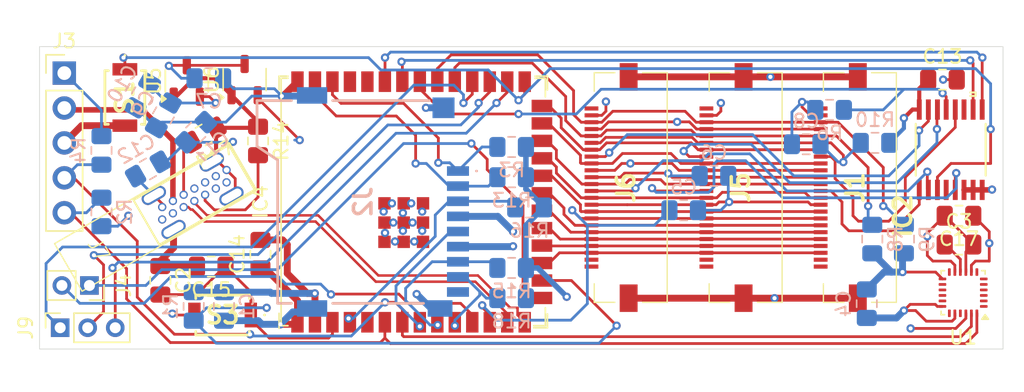
<source format=kicad_pcb>
(kicad_pcb (version 20240108) (generator "pcbnew") (generator_version "8.0")
  (layers (0 "F.Cu" signal) (1 "In1.Cu" power "GND") (2 "In2.Cu" power "PWR") (31 "B.Cu" signal) (34 "B.Paste" user) (35 "F.Paste" user) (36 "B.SilkS" user "B.Silkscreen") (37 "F.SilkS" user "F.Silkscreen") (38 "B.Mask" user) (39 "F.Mask" user) (44 "Edge.Cuts" user))
  (net 0 "")
  (net 1 "GND")
  (net 2 "/D+")
  (net 3 "/D-")
  (net 4 "/VBUS")
  (net 5 "/ESP_EN")
  (net 10 "/CSI_1.2V")
  (net 15 "Net-(U1-REGOUT)")
  (net 17 "+3.3V")
  (net 20 "/SCL")
  (net 21 "/SDA")
  (net 25 "/CSI_2.8V")
  (net 26 "/HS2_DATA0")
  (net 27 "/CSI_D4")
  (net 29 "/HS2_CMD")
  (net 30 "/CSI_D5")
  (net 31 "/CSI_D7")
  (net 32 "/HS2_DATA1")
  (net 34 "/HS2_CLK")
  (net 35 "/HS2_DATA2")
  (net 36 "/HS2_DATA3")
  (net 37 "/CSI_HSYNC")
  (net 38 "/CSI_PCLK")
  (net 39 "/CSI_D2")
  (net 40 "/CSI_D1")
  (net 41 "/CSI_VSYNC")
  (net 43 "/PWDN_CAM2")
  (net 44 "/CAM_SWITCH0")
  (net 45 "/CAM_SWITCH1")
  (net 46 "/XCLK_CAM3")
  (net 47 "/PWDN_CAM3")
  (net 48 "/PWDN_CAM1")
  (net 50 "/XCLK_CAM1")
  (net 51 "/XCLK_CAM2")
  (net 52 "/TWI_SCK")
  (net 54 "/CSI_D6")
  (net 55 "/TWI_SDA")
  (net 56 "/CSI_D0")
  (net 57 "/CSI_D3")
  (net 59 "/CAM_RST")
  (net 65 "Net-(J7-CC2)")
  (net 66 "Net-(J7-CC1)")
  (net 70 "/CSI_PWDN")
  (net 71 "/BOOT")
  (net 72 "/extra_IO18")
  (net 73 "/extra_IO37")
  (net 74 "/extra_IO36")
  (net 75 "/JTAG{slash}extra_IO3")
  (net 76 "/extra_IO5")
  (net 77 "/extra_IO35")
  (footprint "Capacitor_SMD:C_0805_2012Metric_Pad1.18x1.45mm_HandSolder" (layer "F.Cu") (at 123.475 103 180)
    (property "Reference" "C15")
    (property "Value" "0.1μF")
  )
  (footprint "Capacitor_SMD:C_0805_2012Metric_Pad1.18x1.45mm_HandSolder" (layer "F.Cu") (at 177.8 99.3 180)
    (property "Reference" "C17")
    (property "Value" "0.1μF")
  )
  (footprint "samacsys_parts:5051102491" (layer "F.Cu") (at 170.45 97.25 90)
    (property "Reference" "J1")
    (property "Value" "5051102491" (hide yes))
  )
  (footprint "Connector_PinHeader_2.54mm:PinHeader_1x05_P2.54mm_Vertical" (layer "F.Cu") (at 112.8 88.925)
    (property "Reference" "J3")
    (property "Value" "Conn_01x05")
  )
  (footprint "Capacitor_SMD:C_0805_2012Metric_Pad1.18x1.45mm_HandSolder" (layer "F.Cu") (at 119.775 104 -90)
    (property "Reference" "C2")
    (property "Value" "1μF")
  )
  (footprint "Connector_PinSocket_2.00mm:PinSocket_1x02_P2.00mm_Vertical" (layer "F.Cu") (at 114.625 104.375 -90)
    (property "Reference" "J4")
    (property "Value" "Conn_01x02")
  )
  (footprint "samacsys_parts:SOP65P640X120-16N" (layer "F.Cu") (at 177.2 94.5 90)
    (property "Reference" "IC2")
    (property "Value" "TMUX4052PWRQ1" (hide yes))
  )
  (footprint "Capacitor_SMD:C_0805_2012Metric_Pad1.18x1.45mm_HandSolder" (layer "F.Cu") (at 177.8 101.4)
    (property "Reference" "C3")
    (property "Value" "0.1μF")
  )
  (footprint "Package_TO_SOT_SMD:SOT-23-3" (layer "F.Cu") (at 125.9 89.4 90)
    (property "Reference" "U6")
    (property "Value" "XC6206PxxxMR")
  )
  (footprint "samacsys_parts:CS1213AGF260" (layer "F.Cu") (at 124.3 106.525 180)
    (property "Reference" "S3")
    (property "Value" "CS1213AGF260" (hide yes))
  )
  (footprint "Package_TO_SOT_SMD:SOT-23-3" (layer "F.Cu") (at 121.7 89.5 90)
    (property "Reference" "U5")
    (property "Value" "XC6206PxxxMR")
  )
  (footprint "Capacitor_SMD:C_0805_2012Metric_Pad1.18x1.45mm_HandSolder" (layer "F.Cu") (at 126.875 93.8625 -90)
    (property "Reference" "R14")
    (property "Value" "5.1k")
  )
  (footprint "Connector_USB:12402054M611A" (layer "F.Cu") (at 119.630128 99.287249 -60)
    (property "Reference" "J7")
    (property "Value" "GSB1C4621DS1HR")
  )
  (footprint "Capacitor_SMD:C_0805_2012Metric_Pad1.18x1.45mm_HandSolder" (layer "F.Cu") (at 122.925 93.425 -150)
    (property "Reference" "R17")
    (property "Value" "5.1k")
  )
  (footprint "samacsys_parts:5051102491" (layer "F.Cu") (at 153.8 97.25 90)
    (property "Reference" "J6")
    (property "Value" "5051102491" (hide yes))
  )
  (footprint "Capacitor_SMD:C_0805_2012Metric_Pad1.18x1.45mm_HandSolder" (layer "F.Cu") (at 127.05 102.1 90)
    (property "Reference" "C14")
    (property "Value" "0.1μF")
  )
  (footprint "Connector_PinSocket_2.00mm:PinSocket_1x03_P2.00mm_Vertical" (layer "F.Cu") (at 112.5 107.45 90)
    (property "Reference" "J9")
    (property "Value" "Conn_01x03")
  )
  (footprint "Sensor_Motion:InvenSense_QFN-24_3x3mm_P0.4mm" (layer "F.Cu") (at 178.1 104.9 180)
    (property "Reference" "U1")
    (property "Value" "ICM-20948")
  )
  (footprint "PCM_Espressif:ESP32-S3-WROOM-1U" (layer "F.Cu") (at 138 98.3 90)
    (property "Reference" "IC4")
    (property "Value" "ESP32-S3-WROOM-1U-N8R8")
  )
  (footprint "samacsys_parts:CS1213AGF260" (layer "F.Cu") (at 117.2 90.7 -90)
    (property "Reference" "S1")
    (property "Value" "CS1213AGF260" (hide yes))
  )
  (footprint "samacsys_parts:5051102491" (layer "F.Cu") (at 162.15 97.25 90)
    (property "Reference" "J5")
    (property "Value" "5051102491" (hide yes))
  )
  (footprint "Capacitor_SMD:C_0805_2012Metric_Pad1.18x1.45mm_HandSolder" (layer "F.Cu") (at 176.6 89.4)
    (property "Reference" "C13")
    (property "Value" "0.1 μF")
  )
  (footprint "Capacitor_SMD:C_0805_2012Metric_Pad1.18x1.45mm_HandSolder" (layer "B.Cu") (at 120 92 -120)
    (property "Reference" "C9")
    (property "Value" "0.1μF")
  )
  (footprint "Capacitor_SMD:C_0805_2012Metric_Pad1.18x1.45mm_HandSolder" (layer "B.Cu") (at 145.3 103.1)
    (property "Reference" "R15")
    (property "Value" "47k")
  )
  (footprint "samacsys_parts:MSD4A" (layer "B.Cu") (at 134.5 98.3 90)
    (property "Reference" "J2")
    (property "Value" "MSD-4-A" (hide yes))
  )
  (footprint "Capacitor_SMD:C_0805_2012Metric_Pad1.18x1.45mm_HandSolder" (layer "B.Cu") (at 171.7 94 180)
    (property "Reference" "R10")
    (property "Value" "4.7k")
  )
  (footprint "Capacitor_SMD:C_0805_2012Metric_Pad1.18x1.45mm_HandSolder" (layer "B.Cu") (at 145.3 96.5)
    (property "Reference" "R13")
    (property "Value" "47k")
  )
  (footprint "Capacitor_SMD:C_0805_2012Metric_Pad1.18x1.45mm_HandSolder" (layer "B.Cu") (at 173.8 101 90)
    (property "Reference" "R9")
    (property "Value" "4.7k")
  )
  (footprint "Capacitor_SMD:C_0805_2012Metric_Pad1.18x1.45mm_HandSolder" (layer "B.Cu") (at 122.35 93.225 45)
    (property "Reference" "C11")
    (property "Value" "10μF")
  )
  (footprint "Capacitor_SMD:C_0805_2012Metric_Pad1.18x1.45mm_HandSolder" (layer "B.Cu") (at 115.5 94.55 -90)
    (property "Reference" "R4")
    (property "Value" "2.2k")
  )
  (footprint "Capacitor_SMD:C_0805_2012Metric_Pad1.18x1.45mm_HandSolder" (layer "B.Cu") (at 168.4 91.6)
    (property "Reference" "R6")
    (property "Value" "1k")
  )
  (footprint "Capacitor_SMD:C_0805_2012Metric_Pad1.18x1.45mm_HandSolder" (layer "B.Cu") (at 146.6 98.7)
    (property "Reference" "R16")
    (property "Value" "47k")
  )
  (footprint "Capacitor_SMD:C_0805_2012Metric_Pad1.18x1.45mm_HandSolder" (layer "B.Cu") (at 171.5 101 90)
    (property "Reference" "R8")
    (property "Value" "4.7k")
  )
  (footprint "Capacitor_SMD:C_0805_2012Metric_Pad1.18x1.45mm_HandSolder" (layer "B.Cu") (at 123.3 89.3)
    (property "Reference" "C7")
    (property "Value" "10μF")
  )
  (footprint "Capacitor_SMD:C_0805_2012Metric_Pad1.18x1.45mm_HandSolder" (layer "B.Cu") (at 160 96.4 180)
    (property "Reference" "C6")
    (property "Value" "0.1 μF")
  )
  (footprint "Capacitor_SMD:C_0805_2012Metric_Pad1.18x1.45mm_HandSolder" (layer "B.Cu") (at 118.875 95.9 -150)
    (property "Reference" "C12")
    (property "Value" "0.1μF")
  )
  (footprint "Capacitor_SMD:C_0805_2012Metric_Pad1.18x1.45mm_HandSolder" (layer "B.Cu") (at 171.1 105.7 -90)
    (property "Reference" "C4")
    (property "Value" "0.1μF")
  )
  (footprint "Capacitor_SMD:C_0805_2012Metric_Pad1.18x1.45mm_HandSolder" (layer "B.Cu") (at 115.5 99.025 90)
    (property "Reference" "R2")
    (property "Value" "2.2k")
  )
  (footprint "Capacitor_SMD:C_0805_2012Metric_Pad1.18x1.45mm_HandSolder" (layer "B.Cu") (at 118.475 90.55 -120)
    (property "Reference" "C10")
    (property "Value" "10μF")
  )
  (footprint "Capacitor_SMD:C_0805_2012Metric_Pad1.18x1.45mm_HandSolder" (layer "B.Cu") (at 166.7 94.1 180)
    (property "Reference" "C8")
    (property "Value" "0.1μF")
  )
  (footprint "Capacitor_SMD:C_0805_2012Metric_Pad1.18x1.45mm_HandSolder" (layer "B.Cu") (at 124.4 105.9 90)
    (property "Reference" "C1")
    (property "Value" "22μF")
  )
  (footprint "Capacitor_SMD:C_0805_2012Metric_Pad1.18x1.45mm_HandSolder" (layer "B.Cu") (at 145.3 105.3)
    (property "Reference" "R18")
    (property "Value" "47k")
  )
  (footprint "Capacitor_SMD:C_0805_2012Metric_Pad1.18x1.45mm_HandSolder" (layer "B.Cu") (at 145.3 94.3)
    (property "Reference" "R3")
    (property "Value" "47k")
  )
  (footprint "Capacitor_SMD:C_0805_2012Metric_Pad1.18x1.45mm_HandSolder" (layer "B.Cu") (at 157.8 98.9 180)
    (property "Reference" "C5")
    (property "Value" "15 pF")
  )
  (footprint "Capacitor_SMD:C_0805_2012Metric_Pad1.18x1.45mm_HandSolder" (layer "B.Cu") (at 122.2 105.9 -90)
    (property "Reference" "R1")
    (property "Value" "10k")
  )
  (gr_rect (start 111 87) (end 181 109) (stroke (width 0.05)) (fill none) (layer "Edge.Cuts"))
  (segment (start 176.07864 105.75) (end 176.22864 105.9) (width 0.2) (layer "F.Cu") (net 1))
  (segment (start 122.25 89.3) (end 123.7125 89.3) (width 0.3) (layer "F.Cu") (net 1))
  (segment (start 167.75 98.5) (end 167.037552 98.5) (width 0.2) (layer "F.Cu") (net 1))
  (segment (start 160.362448 98.3) (end 160.162448 98.5) (width 0.2) (layer "F.Cu") (net 1))
  (segment (start 175.425 106.975) (end 177.29636 106.975) (width 0.2) (layer "F.Cu") (net 1))
  (segment (start 120.75 90.6375) (end 120.9125 90.6375) (width 0.3) (layer "F.Cu") (net 1))
  (segment (start 126.79375 92.90625) (end 126.875 92.825) (width 0.2) (layer "F.Cu") (net 1))
  (segment (start 122.25 106.525) (end 120.75 106.525) (width 0.2) (layer "F.Cu") (net 1))
  (segment (start 160.2 92) (end 160.5 91.7) (width 0.2) (layer "F.Cu") (net 1))
  (segment (start 120.73484 101.64016) (end 120.73484 100.300666) (width 0.5) (layer "F.Cu") (net 1))
  (segment (start 122.4375 103) (end 119.8125 103) (width 0.5) (layer "F.Cu") (net 1))
  (segment (start 176.22864 105.9) (end 176.6 105.9) (width 0.2) (layer "F.Cu") (net 1))
  (segment (start 166.4 91.4) (end 167 92) (width 0.2) (layer "F.Cu") (net 1))
  (segment (start 180.179 97.421) (end 180.2 97.4) (width 0.2) (layer "F.Cu") (net 1))
  (segment (start 175.5 100.8) (end 175.5 100.5625) (width 0.2) (layer "F.Cu") (net 1))
  (segment (start 119.911442 98.430436) (end 119.304841 97.823835) (width 0.2) (layer "F.Cu") (net 1))
  (segment (start 173.8 106.2) (end 174.25 105.75) (width 0.2) (layer "F.Cu") (net 1))
  (segment (start 125.218263 96.604784) (end 125.218263 97.596128) (width 0.2) (layer "F.Cu") (net 1))
  (segment (start 153.8 105.3) (end 164.4 105.3) (width 0.5) (layer "F.Cu") (net 1))
  (segment (start 177.29636 106.975) (end 177.5 106.77136) (width 0.2) (layer "F.Cu") (net 1))
  (segment (start 153.7 98.5) (end 159.45 98.5) (width 0.2) (layer "F.Cu") (net 1))
  (segment (start 179.486 97.421) (end 180.179 97.421) (width 0.4) (layer "F.Cu") (net 1))
  (segment (start 164.1 89.2) (end 153.8 89.2) (width 0.5) (layer "F.Cu") (net 1))
  (segment (start 128.5 107.2) (end 129.59 107.2) (width 0.5) (layer "F.Cu") (net 1))
  (segment (start 129.74 107.05) (end 129.74 105.4775) (width 0.5) (layer "F.Cu") (net 1))
  (segment (start 129.59 107.2) (end 129.74 107.05) (width 0.5) (layer "F.Cu") (net 1))
  (segment (start 123.823501 92.90625) (end 123.823501 95.084052) (width 0.3) (layer "F.Cu") (net 1))
  (segment (start 117.2 92.75) (end 114.055 92.75) (width 0.5) (layer "F.Cu") (net 1))
  (segment (start 177.2 102.6) (end 177.5 102.9) (width 0.2) (layer "F.Cu") (net 1))
  (segment (start 125.218263 97.596128) (end 124.943724 97.870667) (width 0.2) (layer "F.Cu") (net 1))
  (segment (start 124.95 90.5375) (end 126.875 92.4625) (width 0.3) (layer "F.Cu") (net 1))
  (segment (start 120.9125 90.6375) (end 122.25 89.3) (width 0.3) (layer "F.Cu") (net 1))
  (segment (start 175.5 102.2) (end 175.9 102.6) (width 0.2) (layer "F.Cu") (net 1))
  (segment (start 174.25 105.75) (end 176.07864 105.75) (width 0.2) (layer "F.Cu") (net 1))
  (segment (start 166.837552 98.3) (end 161.1 98.3) (width 0.2) (layer "F.Cu") (net 1))
  (segment (start 123.823501 92.90625) (end 126.79375 92.90625) (width 0.3) (layer "F.Cu") (net 1))
  (segment (start 166.4 91.025) (end 166.4 91.4) (width 0.2) (layer "F.Cu") (net 1))
  (segment (start 124.00731 95.393831) (end 123.513722 95.393831) (width 0.2) (layer "F.Cu") (net 1))
  (segment (start 152.15 91.7) (end 151.85 92) (width 0.2) (layer "F.Cu") (net 1))
  (segment (start 119.775 102.6) (end 120.73484 101.64016) (width 0.5) (layer "F.Cu") (net 1))
  (segment (start 178.3 101.9375) (end 178.8375 101.4) (width 0.2) (layer "F.Cu") (net 1))
  (segment (start 177.5 102.9) (end 177.5 103.4) (width 0.2) (layer "F.Cu") (net 1))
  (segment (start 123.7125 89.3) (end 124.95 90.5375) (width 0.3) (layer "F.Cu") (net 1))
  (segment (start 167.037552 98.5) (end 166.837552 98.3) (width 0.2) (layer "F.Cu") (net 1))
  (segment (start 126.875 92.4625) (end 126.875 92.825) (width 0.3) (layer "F.Cu") (net 1))
  (segment (start 173.8 106.2) (end 174.65 106.2) (width 0.2) (layer "F.Cu") (net 1))
  (segment (start 129.74 105.4775) (end 127.4 103.1375) (width 0.5) (layer "F.Cu") (net 1))
  (segment (start 178.3 103.4) (end 178.3 101.9375) (width 0.2) (layer "F.Cu") (net 1))
  (segment (start 152.15 91) (end 152.15 91.7) (width 0.2) (layer "F.Cu") (net 1))
  (segment (start 177.5 106.77136) (end 177.5 106.4) (width 0.2) (layer "F.Cu") (net 1))
  (segment (start 175.5 100.8) (end 175.5 102.2) (width 0.2) (layer "F.Cu") (net 1))
  (segment (start 160.5 91.7) (end 160.5 91.1) (width 0.2) (layer "F.Cu") (net 1))
  (segment (start 178.8375 101.4) (end 178.8375 101.375) (width 0.2) (layer "F.Cu") (net 1))
  (segment (start 119.775 102.9625) (end 119.775 102.6) (width 0.5) (layer "F.Cu") (net 1))
  (segment (start 160.162448 98.5) (end 159.45 98.5) (width 0.2) (layer "F.Cu") (net 1))
  (segment (start 159.45 92) (end 160.2 92) (width 0.2) (layer "F.Cu") (net 1))
  (segment (start 151.85 92) (end 151.1 92) (width 0.2) (layer "F.Cu") (net 1))
  (segment (start 124.587979 95.9745) (end 125.218263 96.604784) (width 0.2) (layer "F.Cu") (net 1))
  (segment (start 174.65 106.2) (end 175.425 106.975) (width 0.2) (layer "F.Cu") (net 1))
  (segment (start 127.4 103.1375) (end 127.05 103.1375) (width 0.5) (layer "F.Cu") (net 1))
  (segment (start 179.486 97.421) (end 178.1652 97.421) (width 0.4) (layer "F.Cu") (net 1))
  (segment (start 119.8125 103) (end 119.775 102.9625) (width 0.2) (layer "F.Cu") (net 1))
  (segment (start 177.6375 89.4) (end 176.65 89.4) (width 0.2) (layer "F.Cu") (net 1))
  (segment (start 123.823501 95.084052) (end 123.513722 95.393831) (width 0.2) (layer "F.Cu") (net 1))
  (segment (start 164.1 89.2) (end 170.45 89.2) (width 0.5) (layer "F.Cu") (net 1))
  (segment (start 167 92) (end 167.75 92) (width 0.2) (layer "F.Cu") (net 1))
  (segment (start 161.1 98.3) (end 160.362448 98.3) (width 0.2) (layer "F.Cu") (net 1))
  (segment (start 128.6 90.6) (end 128.69 90.6) (width 0.5) (layer "F.Cu") (net 1))
  (segment (start 120.75 106.525) (end 120.65 106.425) (width 0.2) (layer "F.Cu") (net 1))
  (segment (start 175.9 102.6) (end 177.2 102.6) (width 0.2) (layer "F.Cu") (net 1))
  (segment (start 175.5 100.5625) (end 176.7625 99.3) (width 0.2) (layer "F.Cu") (net 1))
  (segment (start 128.69 90.6) (end 129.74 89.55) (width 0.5) (layer "F.Cu") (net 1))
  (segment (start 119.911442 98.674499) (end 119.911442 98.430436) (width 0.2) (layer "F.Cu") (net 1))
  (segment (start 114.055 92.75) (end 112.8 94.005) (width 0.5) (layer "F.Cu") (net 1))
  (segment (start 124.587979 95.9745) (end 124.00731 95.393831) (width 0.2) (layer "F.Cu") (net 1))
  (segment (start 164.4 105.3) (end 170.45 105.3) (width 0.5) (layer "F.Cu") (net 1))
  (segment (start 151.1 98.5) (end 153.7 98.5) (width 0.2) (layer "F.Cu") (net 1))
  (segment (start 178.8375 101.375) (end 176.7625 99.3) (width 0.2) (layer "F.Cu") (net 1))
  (via (at 138 98.4) (size 0.6) (drill 0.3) (layers "F.Cu" "B.Cu") (net 1))
  (via (at 138.4 105) (size 0.6) (drill 0.3) (layers "F.Cu" "B.Cu") (net 1))
  (via (at 152.15 91) (size 0.6) (drill 0.3) (layers "F.Cu" "B.Cu") (net 1))
  (via (at 166.4 91.025) (size 0.6) (drill 0.3) (layers "F.Cu" "B.Cu") (net 1))
  (via (at 136.1 100.55) (size 0.6) (drill 0.3) (layers "F.Cu" "B.Cu") (net 1))
  (via (at 139.075 91.45) (size 0.6) (drill 0.3) (layers "F.Cu" "B.Cu") (net 1))
  (via (at 137.4 99.1) (size 0.6) (drill 0.3) (layers "F.Cu" "B.Cu") (net 1))
  (via (at 138.1 99.8) (size 0.6) (drill 0.3) (layers "F.Cu" "B.Cu") (net 1))
  (via (at 138.8 99) (size 0.6) (drill 0.3) (layers "F.Cu" "B.Cu") (net 1))
  (via (at 138.225 101.175) (size 0.6) (drill 0.3) (layers "F.Cu" "B.Cu") (net 1))
  (via (at 164.4 105.3) (size 0.6) (drill 0.3) (layers "F.Cu" "B.Cu") (net 1))
  (via (at 138.8 100.4) (size 0.6) (drill 0.3) (layers "F.Cu" "B.Cu") (net 1))
  (via (at 175.5 100.8) (size 0.6) (drill 0.3) (layers "F.Cu" "B.Cu") (net 1))
  (via (at 137.4 100.4) (size 0.6) (drill 0.3) (layers "F.Cu" "B.Cu") (net 1))
  (via (at 136.6 98.4) (size 0.6) (drill 0.3) (layers "F.Cu" "B.Cu") (net 1))
  (via (at 145.4 101.525) (size 0.6) (drill 0.3) (layers "F.Cu" "B.Cu") (net 1))
  (via (at 164.1 89.2) (size 0.6) (drill 0.3) (layers "F.Cu" "B.Cu") (net 1))
  (via (at 120.65 106.425) (size 0.6) (drill 0.3) (layers "F.Cu" "B.Cu") (net 1))
  (via (at 136.825 101.175) (size 0.6) (drill 0.3) (layers "F.Cu" "B.Cu") (net 1))
  (via (at 128.5 107.2) (size 0.6) (drill 0.3) (layers "F.Cu" "B.Cu") (net 1))
  (via (at 173.8 106.2) (size 0.6) (drill 0.3) (layers "F.Cu" "B.Cu") (net 1))
  (via (at 180.2 97.4) (size 0.6) (drill 0.3) (layers "F.Cu" "B.Cu") (net 1))
  (via (at 136 99) (size 0.6) (drill 0.3) (layers "F.Cu" "B.Cu") (net 1))
  (via (at 128.6 90.6) (size 0.6) (drill 0.3) (layers "F.Cu" "B.Cu") (net 1))
  (via (at 160.5 91.1) (size 0.6) (drill 0.3) (layers "F.Cu" "B.Cu") (net 1))
  (via (at 161.1 98.3) (size 0.6) (drill 0.3) (layers "F.Cu" "B.Cu") (net 1))
  (via (at 136.7 99.8) (size 0.6) (drill 0.3) (layers "F.Cu" "B.Cu") (net 1))
  (via (at 176.65 89.4) (size 0.6) (drill 0.3) (layers "F.Cu" "B.Cu") (net 1))
  (segment (start 166.7875 91.025) (end 167.3625 91.6) (width 0.2) (layer "B.Cu") (net 1))
  (segment (start 118.03125 91.448501) (end 119.48125 92.898501) (width 0.2) (layer "B.Cu") (net 1))
  (segment (start 129.85 90.6) (end 128.6 90.6) (width 0.5) (layer "B.Cu") (net 1))
  (segment (start 171.1 106.7375) (end 173.2625 106.7375) (width 0.5) (layer "B.Cu") (net 1))
  (segment (start 124.3375 89.3) (end 125.1 90.0625) (width 0.2) (layer "B.Cu") (net 1))
  (segment (start 139.15 91.45) (end 139.213235 91.513235) (width 0.2) (layer "B.Cu") (net 1))
  (segment (start 141.4 101.55) (end 145.375 101.55) (width 0.5) (layer "B.Cu") (net 1))
  (segment (start 166.4 91.025) (end 166.7875 91.025) (width 0.2) (layer "B.Cu") (net 1))
  (segment (start 117.976499 96.41875) (end 117.976499 96.495493) (width 0.2) (layer "B.Cu") (net 1))
  (segment (start 119.888374 92.491377) (end 119.48125 92.898501) (width 0.2) (layer "B.Cu") (net 1))
  (segment (start 140.1 106.05) (end 139.45 106.05) (width 0.2) (layer "B.Cu") (net 1))
  (segment (start 124.4 106.9375) (end 126.9 106.9375) (width 0.5) (layer "B.Cu") (net 1))
  (segment (start 123.083623 92.491377) (end 119.888374 92.491377) (width 0.2) (layer "B.Cu") (net 1))
  (segment (start 123.323501 95.20361) (end 123.513722 95.393831) (width 0.2) (layer "B.Cu") (net 1))
  (segment (start 140.35 91.45) (end 139.075 91.45) (width 0.5) (layer "B.Cu") (net 1))
  (segment (start 166.4 91.025) (end 165.6625 91.7625) (width 0.2) (layer "B.Cu") (net 1))
  (segment (start 158.8375 98.9) (end 160.5 98.9) (width 0.2) (layer "B.Cu") (net 1))
  (segment (start 128.0625 90.0625) (end 128.6 90.6) (width 0.2) (layer "B.Cu") (net 1))
  (segment (start 126.425 90.6) (end 128.6 90.6) (width 0.2) (layer "B.Cu") (net 1))
  (segment (start 125.1 90.0625) (end 128.0625 90.0625) (width 0.2) (layer "B.Cu") (net 1))
  (segment (start 130.125 106.3) (end 129.4 106.3) (width 0.5) (layer "B.Cu") (net 1))
  (segment (start 127.1625 107.2) (end 128.5 107.2) (width 0.5) (layer "B.Cu") (net 1))
  (segment (start 173.2625 106.7375) (end 173.8 106.2) (width 0.5) (layer "B.Cu") (net 1))
  (segment (start 160.5 98.9) (end 161.1 98.3) (width 0.2) (layer "B.Cu") (net 1))
  (segment (start 165.6625 91.7625) (end 165.6625 94.1) (width 0.2) (layer "B.Cu") (net 1))
  (segment (start 139.45 106.05) (end 138.4 105) (width 0.5) (layer "B.Cu") (net 1))
  (segment (start 129.4 106.3) (end 128.5 107.2) (width 0.5) (layer "B.Cu") (net 1))
  (segment (start 117.95625 91.448501) (end 118.03125 91.448501) (width 0.2) (layer "B.Cu") (net 1))
  (segment (start 123.083623 92.491377) (end 124.533623 92.491377) (width 0.2) (layer "B.Cu") (net 1))
  (segment (start 124.533623 92.491377) (end 126.425 90.6) (width 0.2) (layer "B.Cu") (net 1))
  (segment (start 145.375 101.55) (end 145.4 101.525) (width 0.5) (layer "B.Cu") (net 1))
  (segment (start 161.0375 98.2375) (end 161.1 98.3) (width 0.2) (layer "B.Cu") (net 1))
  (segment (start 161.0375 96.4) (end 161.0375 98.2375) (width 0.2) (layer "B.Cu") (net 1))
  (segment (start 139.075 91.45) (end 139.15 91.45) (width 0.2) (layer "B.Cu") (net 1))
  (segment (start 126.9 106.9375) (end 127.1625 107.2) (width 0.5) (layer "B.Cu") (net 1))
  (segment (start 117.976499 96.495493) (end 119.304841 97.823835) (width 0.2) (layer "B.Cu") (net 1))
  (segment (start 145.2 106) (end 145.73 106) (width 0.18) (layer "F.Cu") (net 2))
  (segment (start 122.25 98.225) (end 122.25 98.356801) (width 0.2) (layer "F.Cu") (net 2))
  (segment (start 145.73 106) (end 145.73 106.53) (width 0.18) (layer "F.Cu") (net 2))
  (segment (start 145.73 106.53) (end 146.25 107.05) (width 0.18) (layer "F.Cu") (net 2))
  (segment (start 142.85 103.65) (end 145.2 106) (width 0.18) (layer "F.Cu") (net 2))
  (segment (start 123.168199 99.275) (end 131.2432 99.275) (width 0.18) (layer "F.Cu") (net 2))
  (segment (start 131.2432 99.275) (end 135.6182 103.65) (width 0.18) (layer "F.Cu") (net 2))
  (segment (start 122.25 98.356801) (end 123.168199 99.275) (width 0.18) (layer "F.Cu") (net 2))
  (segment (start 135.6182 103.65) (end 142.85 103.65) (width 0.18) (layer "F.Cu") (net 2))
  (segment (start 122.981801 99.725) (end 131.0568 99.725) (width 0.18) (layer "F.Cu") (net 3))
  (segment (start 121.809045 98.675) (end 121.989045 98.855) (width 0.18) (layer "F.Cu") (net 3))
  (segment (start 142.663603 104.1) (end 144.98 106.416397) (width 0.18) (layer "F.Cu") (net 3))
  (segment (start 121.470578 98.675) (end 121.809045 98.675) (width 0.18) (layer "F.Cu") (net 3))
  (segment (start 144.98 106.416397) (end 144.98 107.05) (width 0.18) (layer "F.Cu") (net 3))
  (segment (start 131.0568 99.725) (end 135.4318 104.1) (width 0.18) (layer "F.Cu") (net 3))
  (segment (start 135.4318 104.1) (end 142.663603 104.1) (width 0.18) (layer "F.Cu") (net 3))
  (segment (start 122.111801 98.855) (end 122.981801 99.725) (width 0.18) (layer "F.Cu") (net 3))
  (segment (start 121.989045 98.855) (end 122.111801 98.855) (width 0.18) (layer "F.Cu") (net 3))
  (segment (start 120.690864 93.815864) (end 118.475 91.6) (width 0.4) (layer "F.Cu") (net 4))
  (segment (start 120.690864 98.224497) (end 120.690864 93.815864) (width 0.4) (layer "F.Cu") (net 4))
  (segment (start 118.475 91.6) (end 112.935 91.6) (width 0.4) (layer "F.Cu") (net 4))
  (segment (start 112.935 91.6) (end 112.8 91.465) (width 0.2) (layer "F.Cu") (net 4))
  (segment (start 126.35 106.525) (end 126.35 104.8375) (width 0.2) (layer "F.Cu") (net 5))
  (segment (start 126.35 106.525) (end 126.35 106.85) (width 0.2) (layer "F.Cu") (net 5))
  (segment (start 127.7 108.2) (end 132 108.2) (width 0.2) (layer "F.Cu") (net 5))
  (segment (start 124.45 103) (end 124.5125 103) (width 0.2) (layer "F.Cu") (net 5))
  (segment (start 147.5 104.015) (end 149.64 104.015) (width 0.2) (layer "F.Cu") (net 5))
  (segment (start 126.35 106.85) (end 127.7 108.2) (width 0.2) (layer "F.Cu") (net 5))
  (segment (start 119.775 105.0375) (end 122.4125 105.0375) (width 0.2) (layer "F.Cu") (net 5))
  (segment (start 149.64 104.015) (end 152.925 107.3) (width 0.2) (layer "F.Cu") (net 5))
  (segment (start 127.5 106) (end 126.45 106) (width 0.2) (layer "F.Cu") (net 5))
  (segment (start 132.28 107.92) (end 132.28 107.05) (width 0.2) (layer "F.Cu") (net 5))
  (segment (start 132 108.2) (end 132.28 107.92) (width 0.2) (layer "F.Cu") (net 5))
  (segment (start 122.4125 105.0375) (end 124.45 103) (width 0.2) (layer "F.Cu") (net 5))
  (segment (start 126.35 104.8375) (end 124.5125 103) (width 0.2) (layer "F.Cu") (net 5))
  (via (at 152.925 107.3) (size 0.6) (drill 0.3) (layers "F.Cu" "B.Cu") (net 5))
  (via (at 127.5 106) (size 0.6) (drill 0.3) (layers "F.Cu" "B.Cu") (net 5))
  (segment (start 122.2 106.9375) (end 123.1375 106) (width 0.2) (layer "B.Cu") (net 5))
  (segment (start 123.1375 106) (end 127.5 106) (width 0.2) (layer "B.Cu") (net 5))
  (segment (start 152.925 107.3) (end 151.65 108.575) (width 0.2) (layer "B.Cu") (net 5))
  (segment (start 123.8375 108.575) (end 122.2 106.9375) (width 0.2) (layer "B.Cu") (net 5))
  (segment (start 151.65 108.575) (end 123.8375 108.575) (width 0.2) (layer "B.Cu") (net 5))
  (segment (start 174.286489 107.5) (end 177.57136 107.5) (width 0.2) (layer "F.Cu") (net 10))
  (segment (start 180 100.4625) (end 178.8375 99.3) (width 0.2) (layer "F.Cu") (net 10))
  (segment (start 180 101.3) (end 180 100.4625) (width 0.2) (layer "F.Cu") (net 10))
  (segment (start 157.451471 96) (end 159.45 96) (width 0.2) (layer "F.Cu") (net 10))
  (segment (start 153.925 95.49909) (end 156.950561 95.49909) (width 0.2) (layer "F.Cu") (net 10))
  (segment (start 178.7 102.9) (end 179 102.6) (width 0.2) (layer "F.Cu") (net 10))
  (segment (start 153.925 95.49909) (end 153.30091 95.49909) (width 0.2) (layer "F.Cu") (net 10))
  (segment (start 179 102.6) (end 180 102.6) (width 0.2) (layer "F.Cu") (net 10))
  (segment (start 153.30091 95.49909) (end 152.8 96) (width 0.2) (layer "F.Cu") (net 10))
  (segment (start 129.9 93.8) (end 126.775 90.675) (width 0.2) (layer "F.Cu") (net 10))
  (segment (start 156.950561 95.49909) (end 157.451471 96) (width 0.2) (layer "F.Cu") (net 10))
  (segment (start 180 102.6) (end 180 101.3) (width 0.2) (layer "F.Cu") (net 10))
  (segment (start 178.7 103.4) (end 178.7 102.9) (width 0.2) (layer "F.Cu") (net 10))
  (segment (start 167.75 96) (end 159.45 96) (width 0.2) (layer "F.Cu") (net 10))
  (segment (start 152.8 96) (end 151.1 96) (width 0.2) (layer "F.Cu") (net 10))
  (segment (start 126.775 90.675) (end 126.775 90.6625) (width 0.2) (layer "F.Cu") (net 10))
  (segment (start 177.57136 107.5) (end 178.3 106.77136) (width 0.2) (layer "F.Cu") (net 10))
  (segment (start 178.3 106.77136) (end 178.3 106.4) (width 0.2) (layer "F.Cu") (net 10))
  (via (at 174.286489 107.5) (size 0.6) (drill 0.3) (layers "F.Cu" "B.Cu") (net 10))
  (via (at 180 101.3) (size 0.6) (drill 0.3) (layers "F.Cu" "B.Cu") (net 10))
  (via (at 129.9 93.8) (size 0.6) (drill 0.3) (layers "F.Cu" "B.Cu") (net 10))
  (via (at 125.05 93.925) (size 0.6) (drill 0.3) (layers "F.Cu" "B.Cu") (net 10))
  (via (at 153.925 95.49909) (size 0.6) (drill 0.3) (layers "F.Cu" "B.Cu") (net 10))
  (segment (start 125.016377 93.958623) (end 125.05 93.925) (width 0.2) (layer "B.Cu") (net 10))
  (segment (start 121.616377 93.958623) (end 120.19375 95.38125) (width 0.2) (layer "B.Cu") (net 10))
  (segment (start 129.5375 93.8) (end 129.9 93.8) (width 0.2) (layer "B.Cu") (net 10))
  (segment (start 120.19375 95.38125) (end 119.773501 95.38125) (width 0.2) (layer "B.Cu") (net 10))
  (segment (start 121.616377 93.958623) (end 125.016377 93.958623) (width 0.2) (layer "B.Cu") (net 10))
  (segment (start 176.7625 101.328692) (end 176.7625 100.9) (width 0.2) (layer "F.Cu") (net 15))
  (segment (start 177.9 102.466192) (end 176.7625 101.328692) (width 0.2) (layer "F.Cu") (net 15))
  (segment (start 177.9 103.4) (end 177.9 102.466192) (width 0.2) (layer "F.Cu") (net 15))
  (segment (start 131.01 104.959998) (end 131 104.949998) (width 0.2) (layer "F.Cu") (net 17))
  (segment (start 131 104.949998) (end 130.449998 104.949998) (width 0.5) (layer "F.Cu") (net 17))
  (segment (start 156.65 96.2) (end 153.5 96.2) (width 0.2) (layer "F.Cu") (net 17))
  (segment (start 167.75 96.5) (end 159.45 96.5) (width 0.2) (layer "F.Cu") (net 17))
  (segment (start 131.01 104.959998) (end 130.90226 104.959998) (width 0.2) (layer "F.Cu") (net 17))
  (segment (start 153.2 96.5) (end 151.1 96.5) (width 0.2) (layer "F.Cu") (net 17))
  (segment (start 120.4375 88.3625) (end 125.8 88.3625) (width 0.2) (layer "F.Cu") (net 17))
  (segment (start 129 103.5) (end 129 101.4) (width 0.5) (layer "F.Cu") (net 17))
  (segment (start 176.6 103.9) (end 176.1 103.4) (width 0.2) (layer "F.Cu") (net 17))
  (segment (start 175.5625 89.4) (end 174.914 90.0485) (width 0.3) (layer "F.Cu") (net 17))
  (segment (start 176.1 103.4) (end 173.7 103.4) (width 0.2) (layer "F.Cu") (net 17))
  (segment (start 120.4 88.4) (end 120.4375 88.3625) (width 0.2) (layer "F.Cu") (net 17))
  (segment (start 130.449998 104.949998) (end 129 103.5) (width 0.5) (layer "F.Cu") (net 17))
  (segment (start 173.8 92.2) (end 174.421 91.579) (width 0.3) (layer "F.Cu") (net 17))
  (segment (start 156.95 96.5) (end 159.45 96.5) (width 0.2) (layer "F.Cu") (net 17))
  (segment (start 174.914 90.0485) (end 174.914 91.579) (width 0.3) (layer "F.Cu") (net 17))
  (segment (start 128.6625 101.0625) (end 127.05 101.0625) (width 0.5) (layer "F.Cu") (net 17))
  (segment (start 174.421 91.579) (end 174.914 91.579) (width 0.3) (layer "F.Cu") (net 17))
  (segment (start 153.5 96.2) (end 153.2 96.5) (width 0.2) (layer "F.Cu") (net 17))
  (segment (start 131.01 107.05) (end 131.01 104.959998) (width 0.5) (layer "F.Cu") (net 17))
  (segment (start 156.675 96.225) (end 156.65 96.2) (width 0.2) (layer "F.Cu") (net 17))
  (segment (start 156.675 96.225) (end 156.95 96.5) (width 0.2) (layer "F.Cu") (net 17))
  (segment (start 125.8 88.3625) (end 125.825 88.3875) (width 0.2) (layer "F.Cu") (net 17))
  (segment (start 129 101.4) (end 128.6625 101.0625) (width 0.5) (layer "F.Cu") (net 17))
  (via (at 120.4 88.4) (size 0.6) (drill 0.3) (layers "F.Cu" "B.Cu") (net 17))
  (via (at 145.4 100.45) (size 0.6) (drill 0.3) (layers "F.Cu" "B.Cu") (net 17))
  (via (at 156.675 96.225) (size 0.6) (drill 0.3) (layers "F.Cu" "B.Cu") (net 17))
  (via (at 173.8 92.2) (size 0.6) (drill 0.3) (layers "F.Cu" "B.Cu") (net 17))
  (via (at 149.3 105.2) (size 0.6) (drill 0.3) (layers "F.Cu" "B.Cu") (net 17))
  (via (at 131 104.949998) (size 0.6) (drill 0.3) (layers "F.Cu" "B.Cu") (net 17))
  (via (at 173.7 103.4) (size 0.6) (drill 0.3) (layers "F.Cu" "B.Cu") (net 17))
  (via (at 117.45 99.3) (size 0.6) (drill 0.3) (layers "F.Cu" "B.Cu") (net 17))
  (segment (start 173.7 102.1375) (end 173.8 102.0375) (width 0.5) (layer "B.Cu") (net 17))
  (segment (start 146.3375 105.3) (end 146.3375 103.1) (width 0.4) (layer "B.Cu") (net 17))
  (segment (start 145.4 100.45) (end 144.3 99.35) (width 0.5) (layer "B.Cu") (net 17))
  (segment (start 124.4 104.8625) (end 122.2 104.8625) (width 0.5) (layer "B.Cu") (net 17))
  (segment (start 146.3375 100) (end 147.6375 98.7) (width 0.4) (layer "B.Cu") (net 17))
  (segment (start 147.6375 98.7) (end 147.6375 98.6625) (width 0.2) (layer "B.Cu") (net 17))
  (segment (start 171.5375 102.0375) (end 172.9 103.4) (width 0.5) (layer "B.Cu") (net 17))
  (segment (start 122.2625 89.3) (end 121.3 89.3) (width 0.2) (layer "B.Cu") (net 17))
  (segment (start 146.3375 103.1) (end 146.3375 100) (width 0.4) (layer "B.Cu") (net 17))
  (segment (start 121.3 89.3) (end 120.4 88.4) (width 0.2) (layer "B.Cu") (net 17))
  (segment (start 173.7 103.4) (end 173.7 102.1375) (width 0.5) (layer "B.Cu") (net 17))
  (segment (start 156.85 96.4) (end 158.9625 96.4) (width 0.2) (layer "B.Cu") (net 17))
  (segment (start 172.3625 103.4) (end 172.9 103.4) (width 0.5) (layer "B.Cu") (net 17))
  (segment (start 115.5 100.0625) (end 116.6875 100.0625) (width 0.2) (layer "B.Cu") (net 17))
  (segment (start 147.6375 98.6625) (end 146.3375 97.3625) (width 0.4) (layer "B.Cu") (net 17))
  (segment (start 146.3375 97.3625) (end 146.3375 96.5) (width 0.4) (layer "B.Cu") (net 17))
  (segment (start 171.5 102.0375) (end 171.5375 102.0375) (width 0.5) (layer "B.Cu") (net 17))
  (segment (start 171.1 104.6625) (end 172.3625 103.4) (width 0.5) (layer "B.Cu") (net 17))
  (segment (start 115.5 91.625) (end 112.8 88.925) (width 0.2) (layer "B.Cu") (net 17))
  (segment (start 156.675 96.225) (end 156.85 96.4) (width 0.2) (layer "B.Cu") (net 17))
  (segment (start 115.5 93.5125) (end 115.5 91.625) (width 0.2) (layer "B.Cu") (net 17))
  (segment (start 172.9 103.4) (end 173.7 103.4) (width 0.5) (layer "B.Cu") (net 17))
  (segment (start 173.8 92.9375) (end 172.7375 94) (width 0.3) (layer "B.Cu") (net 17))
  (segment (start 147.2 103.1) (end 149.3 105.2) (width 0.4) (layer "B.Cu") (net 17))
  (segment (start 124.4 104.8625) (end 127.7625 104.8625) (width 0.5) (layer "B.Cu") (net 17))
  (segment (start 146.3375 96.5) (end 146.3375 94.3) (width 0.4) (layer "B.Cu") (net 17))
  (segment (start 146.3375 103.1) (end 147.2 103.1) (width 0.4) (layer "B.Cu") (net 17))
  (segment (start 127.7625 104.8625) (end 127.849998 104.949998) (width 0.5) (layer "B.Cu") (net 17))
  (segment (start 116.6875 100.0625) (end 117.45 99.3) (width 0.2) (layer "B.Cu") (net 17))
  (segment (start 144.3 99.35) (end 141.4 99.35) (width 0.5) (layer "B.Cu") (net 17))
  (segment (start 127.849998 104.949998) (end 131 104.949998) (width 0.5) (layer "B.Cu") (net 17))
  (segment (start 172.7375 94) (end 173.1 94) (width 0.2) (layer "B.Cu") (net 17))
  (segment (start 173.8 92.2) (end 173.8 92.9375) (width 0.3) (layer "B.Cu") (net 17))
  (segment (start 137.36 106.1) (end 137.36 107.05) (width 0.2) (layer "F.Cu") (net 20))
  (segment (start 137.36 108) (end 137.36 107.05) (width 0.2) (layer "F.Cu") (net 20))
  (segment (start 136.1 105.6) (end 136.86 105.6) (width 0.2) (layer "F.Cu") (net 20))
  (segment (start 113.495 96.545) (end 112.8 96.545) (width 0.2) (layer "F.Cu") (net 20))
  (segment (start 137.46 108.1) (end 137.36 108) (width 0.2) (layer "F.Cu") (net 20))
  (segment (start 118.1 105.225) (end 118.1 101.15) (width 0.2) (layer "F.Cu") (net 20))
  (segment (start 126.3 107.927) (end 126.298 107.925) (width 0.2) (layer "F.Cu") (net 20))
  (segment (start 178.7 107.348529) (end 177.948529 108.1) (width 0.2) (layer "F.Cu") (net 20))
  (segment (start 136.86 105.6) (end 137.36 106.1) (width 0.2) (layer "F.Cu") (net 20))
  (segment (start 120.8 107.925) (end 118.1 105.225) (width 0.2) (layer "F.Cu") (net 20))
  (segment (start 178.7 106.4) (end 178.7 107.348529) (width 0.2) (layer "F.Cu") (net 20))
  (segment (start 126.298 107.925) (end 120.8 107.925) (width 0.2) (layer "F.Cu") (net 20))
  (segment (start 118.1 101.15) (end 113.495 96.545) (width 0.2) (layer "F.Cu") (net 20))
  (segment (start 113 97.04) (end 113 96.68) (width 0.2) (layer "F.Cu") (net 20))
  (segment (start 177.948529 108.1) (end 137.46 108.1) (width 0.2) (layer "F.Cu") (net 20))
  (via (at 126.3 107.927) (size 0.6) (drill 0.3) (layers "F.Cu" "B.Cu") (net 20))
  (via (at 136.1 105.6) (size 0.6) (drill 0.3) (layers "F.Cu" "B.Cu") (net 20))
  (segment (start 112.8 96.545) (end 113.7575 95.5875) (width 0.2) (layer "B.Cu") (net 20))
  (segment (start 133.65 108.05) (end 136.1 105.6) (width 0.2) (layer "B.Cu") (net 20))
  (segment (start 113.7575 95.5875) (end 115.5 95.5875) (width 0.2) (layer "B.Cu") (net 20))
  (segment (start 126.3 107.927) (end 126.423 108.05) (width 0.2) (layer "B.Cu") (net 20))
  (segment (start 126.423 108.05) (end 133.65 108.05) (width 0.2) (layer "B.Cu") (net 20))
  (segment (start 136.09 108.2) (end 136.09 107.05) (width 0.2) (layer "F.Cu") (net 21))
  (segment (start 113.26 99.085) (end 117.325 103.15) (width 0.2) (layer "F.Cu") (net 21))
  (segment (start 120.502 108.527) (end 135.763 108.527) (width 0.2) (layer "F.Cu") (net 21))
  (segment (start 179.1 107.8) (end 178.3 108.6) (width 0.2) (layer "F.Cu") (net 21))
  (segment (start 112.8 99.085) (end 113.26 99.085) (width 0.2) (layer "F.Cu") (net 21))
  (segment (start 117.325 105.35) (end 120.502 108.527) (width 0.2) (layer "F.Cu") (net 21))
  (segment (start 135.763 108.527) (end 136.09 108.2) (width 0.2) (layer "F.Cu") (net 21))
  (segment (start 136.49 108.6) (end 136.09 108.2) (width 0.2) (layer "F.Cu") (net 21))
  (segment (start 178.3 108.6) (end 136.49 108.6) (width 0.2) (layer "F.Cu") (net 21))
  (segment (start 179.1 106.4) (end 179.1 107.8) (width 0.2) (layer "F.Cu") (net 21))
  (segment (start 117.325 103.15) (end 117.325 105.35) (width 0.2) (layer "F.Cu") (net 21))
  (segment (start 114.4025 99.085) (end 115.5 97.9875) (width 0.2) (layer "B.Cu") (net 21))
  (segment (start 112.8 99.085) (end 114.4025 99.085) (width 0.2) (layer "B.Cu") (net 21))
  (segment (start 123.3375 90.6375) (end 123.8 91.1) (width 0.2) (layer "F.Cu") (net 25))
  (segment (start 158.737552 93) (end 159.45 93) (width 0.2) (layer "F.Cu") (net 25))
  (segment (start 157.325 92.473) (end 158.210552 92.473) (width 0.2) (layer "F.Cu") (net 25))
  (segment (start 122.65 90.6375) (end 123.3375 90.6375) (width 0.2) (layer "F.Cu") (net 25))
  (segment (start 152.339448 92.473) (end 151.812448 93) (width 0.2) (layer "F.Cu") (net 25))
  (segment (start 157.325 92.473) (end 152.339448 92.473) (width 0.2) (layer "F.Cu") (net 25))
  (segment (start 168.05 93) (end 168.1 92.95) (width 0.2) (layer "F.Cu") (net 25))
  (segment (start 158.210552 92.473) (end 158.737552 93) (width 0.2) (layer "F.Cu") (net 25))
  (segment (start 167.75 93) (end 159.45 93) (width 0.2) (layer "F.Cu") (net 25))
  (segment (start 151.812448 93) (end 151.1 93) (width 0.2) (layer "F.Cu") (net 25))
  (via (at 157.325 92.473) (size 0.6) (drill 0.3) (layers "F.Cu" "B.Cu") (net 25))
  (via (at 123.8 91.1) (size 0.6) (drill 0.3) (layers "F.Cu" "B.Cu") (net 25))
  (segment (start 120.51875 91.101499) (end 120.301499 91.101499) (width 0.2) (layer "B.Cu") (net 25))
  (segment (start 118.99375 89.79375) (end 118.99375 89.651499) (width 0.2) (layer "B.Cu") (net 25))
  (segment (start 120.51875 91.101499) (end 123.798501 91.101499) (width 0.2) (layer "B.Cu") (net 25))
  (segment (start 123.798501 91.101499) (end 123.8 91.1) (width 0.2) (layer "B.Cu") (net 25))
  (segment (start 120.301499 91.101499) (end 118.99375 89.79375) (width 0.2) (layer "B.Cu") (net 25))
  (via (at 139.925 107.25) (size 0.6) (drill 0.3) (layers "F.Cu" "B.Cu") (net 26))
  (segment (start 143.8125 102.65) (end 144.2625 103.1) (width 0.2) (layer "B.Cu") (net 26))
  (segment (start 141.4 102.65) (end 139.525 102.65) (width 0.2) (layer "B.Cu") (net 26))
  (segment (start 137.6 105.475) (end 139.375 107.25) (width 0.2) (layer "B.Cu") (net 26))
  (segment (start 139.525 102.65) (end 137.6 104.575) (width 0.2) (layer "B.Cu") (net 26))
  (segment (start 139.375 107.25) (end 139.925 107.25) (width 0.2) (layer "B.Cu") (net 26))
  (segment (start 141.4 102.65) (end 143.8125 102.65) (width 0.2) (layer "B.Cu") (net 26))
  (segment (start 137.6 104.575) (end 137.6 105.475) (width 0.2) (layer "B.Cu") (net 26))
  (segment (start 151.1 100) (end 159.45 100) (width 0.2) (layer "F.Cu") (net 27))
  (segment (start 148.03 97.665) (end 147.5 97.665) (width 0.2) (layer "F.Cu") (net 27))
  (segment (start 159.45 100) (end 167.75 100) (width 0.2) (layer "F.Cu") (net 27))
  (segment (start 151.1 100) (end 149.9 100) (width 0.2) (layer "F.Cu") (net 27))
  (segment (start 149.1 98.735) (end 148.03 97.665) (width 0.2) (layer "F.Cu") (net 27))
  (segment (start 149.9 100) (end 149.1 99.2) (width 0.2) (layer "F.Cu") (net 27))
  (segment (start 149.1 99.2) (end 149.1 98.735) (width 0.2) (layer "F.Cu") (net 27))
  (via (at 133.45 106.775) (size 0.6) (drill 0.3) (layers "F.Cu" "B.Cu") (net 29))
  (segment (start 140.75 98.25) (end 139.75 99.25) (width 0.2) (layer "B.Cu") (net 29))
  (segment (start 145.1125 98.25) (end 145.5625 98.7) (width 0.2) (layer "B.Cu") (net 29))
  (segment (start 133.775 106.775) (end 133.45 106.775) (width 0.2) (layer "B.Cu") (net 29))
  (segment (start 141.4 98.25) (end 140.75 98.25) (width 0.2) (layer "B.Cu") (net 29))
  (segment (start 139.75 100.8) (end 133.775 106.775) (width 0.2) (layer "B.Cu") (net 29))
  (segment (start 139.75 99.25) (end 139.75 100.8) (width 0.2) (layer "B.Cu") (net 29))
  (segment (start 141.4 98.25) (end 145.1125 98.25) (width 0.2) (layer "B.Cu") (net 29))
  (segment (start 150.35 99) (end 150.3 98.95) (width 0.2) (layer "F.Cu") (net 30))
  (segment (start 150.3 98.5) (end 148.195 96.395) (width 0.2) (layer "F.Cu") (net 30))
  (segment (start 151.1 99) (end 150.35 99) (width 0.2) (layer "F.Cu") (net 30))
  (segment (start 151.1 99) (end 159.45 99) (width 0.2) (layer "F.Cu") (net 30))
  (segment (start 167.75 99) (end 159.45 99) (width 0.2) (layer "F.Cu") (net 30))
  (segment (start 148.195 96.395) (end 147.5 96.395) (width 0.2) (layer "F.Cu") (net 30))
  (segment (start 150.3 98.95) (end 150.3 98.5) (width 0.2) (layer "F.Cu") (net 30))
  (segment (start 153.548529 97) (end 153.873529 96.675) (width 0.2) (layer "F.Cu") (net 31))
  (segment (start 156.126471 96.675) (end 156.451471 97) (width 0.2) (layer "F.Cu") (net 31))
  (segment (start 148.55 95.15) (end 148.55 94.525) (width 0.2) (layer "F.Cu") (net 31))
  (segment (start 167.75 97) (end 159.45 97) (width 0.2) (layer "F.Cu") (net 31))
  (segment (start 148.55 94.525) (end 147.88 93.855) (width 0.2) (layer "F.Cu") (net 31))
  (segment (start 147.88 93.855) (end 147.5 93.855) (width 0.2) (layer "F.Cu") (net 31))
  (segment (start 151.1 97) (end 153.548529 97) (width 0.2) (layer "F.Cu") (net 31))
  (segment (start 150.4 97) (end 148.55 95.15) (width 0.2) (layer "F.Cu") (net 31))
  (segment (start 156.451471 97) (end 159.45 97) (width 0.2) (layer "F.Cu") (net 31))
  (segment (start 151.1 97) (end 150.4 97) (width 0.2) (layer "F.Cu") (net 31))
  (segment (start 153.873529 96.675) (end 156.126471 96.675) (width 0.2) (layer "F.Cu") (net 31))
  (via (at 141.175 107.3) (size 0.6) (drill 0.3) (layers "F.Cu" "B.Cu") (net 32))
  (segment (start 142.98125 104.81875) (end 142.98125 105.09375) (width 0.2) (layer "B.Cu") (net 32))
  (segment (start 142.98125 105.09375) (end 141.175 106.9) (width 0.2) (layer "B.Cu") (net 32))
  (segment (start 141.4 103.75) (end 141.9125 103.75) (width 0.2) (layer "B.Cu") (net 32))
  (segment (start 141.9125 103.75) (end 142.98125 104.81875) (width 0.2) (layer "B.Cu") (net 32))
  (segment (start 141.175 106.9) (end 141.175 107.3) (width 0.2) (layer "B.Cu") (net 32))
  (segment (start 143.4625 105.3) (end 144.2625 105.3) (width 0.2) (layer "B.Cu") (net 32))
  (segment (start 142.98125 104.81875) (end 143.4625 105.3) (width 0.2) (layer "B.Cu") (net 32))
  (via (at 138.625735 107.349265) (size 0.6) (drill 0.3) (layers "F.Cu" "B.Cu") (net 34))
  (segment (start 136.9 105.62353) (end 138.625735 107.349265) (width 0.2) (layer "B.Cu") (net 34))
  (segment (start 141.4 100.45) (end 140.85 100.45) (width 0.2) (layer "B.Cu") (net 34))
  (segment (start 140.85 100.45) (end 136.9 104.4) (width 0.2) (layer "B.Cu") (net 34))
  (segment (start 136.9 104.4) (end 136.9 105.62353) (width 0.2) (layer "B.Cu") (net 34))
  (segment (start 139.975 95.45) (end 139.975 93.65) (width 0.2) (layer "F.Cu") (net 35))
  (segment (start 137.45 91.125) (end 132.905 91.125) (width 0.2) (layer "F.Cu") (net 35))
  (segment (start 139.975 93.65) (end 137.45 91.125) (width 0.2) (layer "F.Cu") (net 35))
  (segment (start 132.28 90.5) (end 132.28 89.55) (width 0.2) (layer "F.Cu") (net 35))
  (segment (start 132.905 91.125) (end 132.28 90.5) (width 0.2) (layer "F.Cu") (net 35))
  (via (at 139.975 95.45) (size 0.6) (drill 0.3) (layers "F.Cu" "B.Cu") (net 35))
  (segment (start 141.4 96.05) (end 143.15 94.3) (width 0.2) (layer "B.Cu") (net 35))
  (segment (start 139.975 95.45) (end 140.8 95.45) (width 0.2) (layer "B.Cu") (net 35))
  (segment (start 140.8 95.45) (end 141.4 96.05) (width 0.2) (layer "B.Cu") (net 35))
  (segment (start 143.15 94.3) (end 144.2625 94.3) (width 0.2) (layer "B.Cu") (net 35))
  (segment (start 136.925 92.05) (end 132.56 92.05) (width 0.2) (layer "F.Cu") (net 36))
  (segment (start 138.325 95.5) (end 138.325 93.45) (width 0.2) (layer "F.Cu") (net 36))
  (segment (start 131.01 90.5) (end 131.01 89.55) (width 0.2) (layer "F.Cu") (net 36))
  (segment (start 132.56 92.05) (end 131.01 90.5) (width 0.2) (layer "F.Cu") (net 36))
  (segment (start 138.325 93.45) (end 136.925 92.05) (width 0.2) (layer "F.Cu") (net 36))
  (via (at 138.325 95.5) (size 0.6) (drill 0.3) (layers "F.Cu" "B.Cu") (net 36))
  (segment (start 143.6125 97.15) (end 144.2625 96.5) (width 0.2) (layer "B.Cu") (net 36))
  (segment (start 138.325 95.5) (end 139.1 95.5) (width 0.2) (layer "B.Cu") (net 36))
  (segment (start 141.4 97.15) (end 143.6125 97.15) (width 0.2) (layer "B.Cu") (net 36))
  (segment (start 140.75 97.15) (end 141.4 97.15) (width 0.2) (layer "B.Cu") (net 36))
  (segment (start 139.1 95.5) (end 140.75 97.15) (width 0.2) (layer "B.Cu") (net 36))
  (segment (start 153.35 94.775) (end 156.875 94.775) (width 0.2) (layer "F.Cu") (net 37))
  (segment (start 147.985 92.585) (end 147.5 92.585) (width 0.2) (layer "F.Cu") (net 37))
  (segment (start 152.625 95.5) (end 153.35 94.775) (width 0.2) (layer "F.Cu") (net 37))
  (segment (start 151.1 95.5) (end 150.35 95.5) (width 0.2) (layer "F.Cu") (net 37))
  (segment (start 150.3 95.45) (end 150.3 94.9) (width 0.2) (layer "F.Cu") (net 37))
  (segment (start 156.875 94.775) (end 157.6 95.5) (width 0.2) (layer "F.Cu") (net 37))
  (segment (start 157.6 95.5) (end 159.45 95.5) (width 0.2) (layer "F.Cu") (net 37))
  (segment (start 167.75 95.5) (end 159.45 95.5) (width 0.2) (layer "F.Cu") (net 37))
  (segment (start 151.1 95.5) (end 152.625 95.5) (width 0.2) (layer "F.Cu") (net 37))
  (segment (start 150.3 94.9) (end 147.985 92.585) (width 0.2) (layer "F.Cu") (net 37))
  (segment (start 150.35 95.5) (end 150.3 95.45) (width 0.2) (layer "F.Cu") (net 37))
  (segment (start 143.161251 105.961251) (end 143.71 106.51) (width 0.2) (layer "F.Cu") (net 38))
  (segment (start 151.1 99.5) (end 150.3 99.5) (width 0.2) (layer "F.Cu") (net 38))
  (segment (start 143.71 106.51) (end 143.71 107.05) (width 0.2) (layer "F.Cu") (net 38))
  (segment (start 151.1 99.5) (end 167.75 99.5) (width 0.2) (layer "F.Cu") (net 38))
  (segment (start 150.3 99.5) (end 149.7 98.9) (width 0.2) (layer "F.Cu") (net 38))
  (segment (start 143.161251 105.818893) (end 143.161251 105.961251) (width 0.2) (layer "F.Cu") (net 38))
  (via (at 149.7 98.9) (size 0.6) (drill 0.3) (layers "F.Cu" "B.Cu") (net 38))
  (via (at 143.161251 105.818893) (size 0.6) (drill 0.3) (layers "F.Cu" "B.Cu") (net 38))
  (segment (start 155.6625 100) (end 156.7625 98.9) (width 0.2) (layer "B.Cu") (net 38))
  (segment (start 149.7 98.9) (end 150.8 100) (width 0.2) (layer "B.Cu") (net 38))
  (segment (start 149.6 106.9) (end 150.8 105.7) (width 0.2) (layer "B.Cu") (net 38))
  (segment (start 150.8 100) (end 155.6625 100) (width 0.2) (layer "B.Cu") (net 38))
  (segment (start 150.8 105.7) (end 150.8 100) (width 0.2) (layer "B.Cu") (net 38))
  (segment (start 143.161251 105.818893) (end 144.242358 106.9) (width 0.2) (layer "B.Cu") (net 38))
  (segment (start 144.242358 106.9) (end 149.6 106.9) (width 0.2) (layer "B.Cu") (net 38))
  (segment (start 159.45 102) (end 167.75 102) (width 0.2) (layer "F.Cu") (net 39))
  (segment (start 148.775 102) (end 148.03 102.745) (width 0.2) (layer "F.Cu") (net 39))
  (segment (start 151.1 102) (end 159.45 102) (width 0.2) (layer "F.Cu") (net 39))
  (segment (start 151.1 102) (end 148.775 102) (width 0.2) (layer "F.Cu") (net 39))
  (segment (start 148.03 102.745) (end 147.5 102.745) (width 0.2) (layer "F.Cu") (net 39))
  (segment (start 147.525 101.5) (end 147.5 101.475) (width 0.2) (layer "F.Cu") (net 40))
  (segment (start 151.1 101.5) (end 159.45 101.5) (width 0.2) (layer "F.Cu") (net 40))
  (segment (start 151.1 101.5) (end 147.525 101.5) (width 0.2) (layer "F.Cu") (net 40))
  (segment (start 167.75 101.5) (end 159.45 101.5) (width 0.2) (layer "F.Cu") (net 40))
  (segment (start 151.7 94.5) (end 151.1 94.5) (width 0.2) (layer "F.Cu") (net 41))
  (segment (start 168.1 94.5) (end 158.85 94.5) (width 0.2) (layer "F.Cu") (net 41))
  (segment (start 148.9 92.2) (end 148.015 91.315) (width 0.2) (layer "F.Cu") (net 41))
  (segment (start 148.9 92.9) (end 148.9 92.2) (width 0.2) (layer "F.Cu") (net 41))
  (segment (start 150.5 94.5) (end 148.9 92.9) (width 0.2) (layer "F.Cu") (net 41))
  (segment (start 148.015 91.315) (end 147.5 91.315) (width 0.2) (layer "F.Cu") (net 41))
  (segment (start 152.2 94) (end 151.7 94.5) (width 0.2) (layer "F.Cu") (net 41))
  (segment (start 151.1 94.5) (end 150.5 94.5) (width 0.2) (layer "F.Cu") (net 41))
  (segment (start 158.35 94) (end 152.2 94) (width 0.2) (layer "F.Cu") (net 41))
  (segment (start 158.85 94.5) (end 158.35 94) (width 0.2) (layer "F.Cu") (net 41))
  (segment (start 159.45 95) (end 158.2 95) (width 0.2) (layer "F.Cu") (net 43))
  (segment (start 176.2 93) (end 176.2 91.6138) (width 0.2) (layer "F.Cu") (net 43))
  (segment (start 176.2 91.6138) (end 176.2348 91.579) (width 0.2) (layer "F.Cu") (net 43))
  (segment (start 158.2 95) (end 157.8 94.6) (width 0.2) (layer "F.Cu") (net 43))
  (via (at 157.8 94.6) (size 0.6) (drill 0.3) (layers "F.Cu" "B.Cu") (net 43))
  (via (at 176.2 93) (size 0.6) (drill 0.3) (layers "F.Cu" "B.Cu") (net 43))
  (segment (start 157.8 94.6) (end 158.3 94.1) (width 0.2) (layer "B.Cu") (net 43))
  (segment (start 165.5 96.9) (end 173.3 96.9) (width 0.2) (layer "B.Cu") (net 43))
  (segment (start 158.3 94.1) (end 162.7 94.1) (width 0.2) (layer "B.Cu") (net 43))
  (segment (start 173.3 96.9) (end 176.2 94) (width 0.2) (layer "B.Cu") (net 43))
  (segment (start 162.7 94.1) (end 165.5 96.9) (width 0.2) (layer "B.Cu") (net 43))
  (segment (start 176.2 94) (end 176.2 93) (width 0.2) (layer "B.Cu") (net 43))
  (segment (start 137.36 88.16) (end 137.36 89.55) (width 0.2) (layer "F.Cu") (net 44))
  (segment (start 137.3 88.1) (end 137.36 88.16) (width 0.2) (layer "F.Cu") (net 44))
  (segment (start 178.613906 88) (end 178.8256 88.211694) (width 0.2) (layer "F.Cu") (net 44))
  (segment (start 178.8256 88.211694) (end 178.8256 91.579) (width 0.2) (layer "F.Cu") (net 44))
  (via (at 137.3 88.1) (size 0.6) (drill 0.3) (layers "F.Cu" "B.Cu") (net 44))
  (via (at 178.613906 88) (size 0.6) (drill 0.3) (layers "F.Cu" "B.Cu") (net 44))
  (segment (start 137.4 88) (end 137.3 88.1) (width 0.2) (layer "B.Cu") (net 44))
  (segment (start 178.613906 88) (end 137.4 88) (width 0.2) (layer "B.Cu") (net 44))
  (segment (start 179.486 87.814) (end 179.486 91.579) (width 0.2) (layer "F.Cu") (net 45))
  (segment (start 179.5 87.8) (end 179.486 87.814) (width 0.2) (layer "F.Cu") (net 45))
  (segment (start 136.1 87.8) (end 136.1 89.54) (width 0.2) (layer "F.Cu") (net 45))
  (segment (start 136.1 89.54) (end 136.09 89.55) (width 0.2) (layer "F.Cu") (net 45))
  (via (at 136.1 87.8) (size 0.6) (drill 0.3) (layers "F.Cu" "B.Cu") (net 45))
  (via (at 179.5 87.8) (size 0.6) (drill 0.3) (layers "F.Cu" "B.Cu") (net 45))
  (segment (start 136.5 87.4) (end 136.1 87.8) (width 0.2) (layer "B.Cu") (net 45))
  (segment (start 179.5 87.8) (end 179.1 87.4) (width 0.2) (layer "B.Cu") (net 45))
  (segment (start 179.1 87.4) (end 136.5 87.4) (width 0.2) (layer "B.Cu") (net 45))
  (segment (start 151.1 97.5) (end 154.1 97.5) (width 0.2) (layer "F.Cu") (net 46))
  (segment (start 154.1 97.5) (end 154.3 97.3) (width 0.2) (layer "F.Cu") (net 46))
  (segment (start 175.5 97.3466) (end 175.5744 97.421) (width 0.2) (layer "F.Cu") (net 46))
  (segment (start 175.5 96.1) (end 175.5 97.3466) (width 0.2) (layer "F.Cu") (net 46))
  (via (at 154.3 97.3) (size 0.6) (drill 0.3) (layers "F.Cu" "B.Cu") (net 46))
  (via (at 175.5 96.1) (size 0.6) (drill 0.3) (layers "F.Cu" "B.Cu") (net 46))
  (segment (start 165.3 97.5) (end 174.1 97.5) (width 0.2) (layer "B.Cu") (net 46))
  (segment (start 162.6 94.8) (end 165.3 97.5) (width 0.2) (layer "B.Cu") (net 46))
  (segment (start 174.1 97.5) (end 175.5 96.1) (width 0.2) (layer "B.Cu") (net 46))
  (segment (start 154.3 97.3) (end 156.3 95.3) (width 0.2) (layer "B.Cu") (net 46))
  (segment (start 159.1 95.3) (end 159.6 94.8) (width 0.2) (layer "B.Cu") (net 46))
  (segment (start 156.3 95.3) (end 159.1 95.3) (width 0.2) (layer "B.Cu") (net 46))
  (segment (start 159.6 94.8) (end 162.6 94.8) (width 0.2) (layer "B.Cu") (net 46))
  (segment (start 174.9 93.1) (end 175.5744 92.4256) (width 0.2) (layer "F.Cu") (net 47))
  (segment (start 152.3875 94.7125) (end 152.1 95) (width 0.2) (layer "F.Cu") (net 47))
  (segment (start 175.5744 92.4256) (end 175.5744 91.579) (width 0.2) (layer "F.Cu") (net 47))
  (segment (start 152.1 95) (end 151.1 95) (width 0.2) (layer "F.Cu") (net 47))
  (via (at 174.9 93.1) (size 0.6) (drill 0.3) (layers "F.Cu" "B.Cu") (net 47))
  (via (at 152.3875 94.7125) (size 0.6) (drill 0.3) (layers "F.Cu" "B.Cu") (net 47))
  (segment (start 153.7 93.4) (end 162.8 93.4) (width 0.2) (layer "B.Cu") (net 47))
  (segment (start 172.7 96.4) (end 174.9 94.2) (width 0.2) (layer "B.Cu") (net 47))
  (segment (start 152.3875 94.7125) (end 153.7 93.4) (width 0.2) (layer "B.Cu") (net 47))
  (segment (start 174.9 94.2) (end 174.9 93.1) (width 0.2) (layer "B.Cu") (net 47))
  (segment (start 162.8 93.4) (end 165.8 96.4) (width 0.2) (layer "B.Cu") (net 47))
  (segment (start 165.8 96.4) (end 172.7 96.4) (width 0.2) (layer "B.Cu") (net 47))
  (segment (start 170.5 99.7) (end 172.7 99.7) (width 0.2) (layer "F.Cu") (net 48))
  (segment (start 170.1 99.3) (end 170.5 99.7) (width 0.2) (layer "F.Cu") (net 48))
  (segment (start 173.9 96.5) (end 177.5302 92.8698) (width 0.2) (layer "F.Cu") (net 48))
  (segment (start 168.5 95) (end 168.8 95.3) (width 0.2) (layer "F.Cu") (net 48))
  (segment (start 168.8 95.3) (end 168.8 96.6) (width 0.2) (layer "F.Cu") (net 48))
  (segment (start 177.5302 92.8698) (end 177.5302 91.579) (width 0.2) (layer "F.Cu") (net 48))
  (segment (start 172.7 99.7) (end 173.9 98.5) (width 0.2) (layer "F.Cu") (net 48))
  (segment (start 167.75 95) (end 168.5 95) (width 0.2) (layer "F.Cu") (net 48))
  (segment (start 170.1 97.9) (end 170.1 99.3) (width 0.2) (layer "F.Cu") (net 48))
  (segment (start 173.9 98.5) (end 173.9 96.5) (width 0.2) (layer "F.Cu") (net 48))
  (segment (start 168.8 96.6) (end 170.1 97.9) (width 0.2) (layer "F.Cu") (net 48))
  (segment (start 167.75 97.5) (end 168.5 97.5) (width 0.2) (layer "F.Cu") (net 50))
  (segment (start 169.8 100.4) (end 173 100.4) (width 0.2) (layer "F.Cu") (net 50))
  (segment (start 169.3 98.3) (end 169.3 99.9) (width 0.2) (layer "F.Cu") (net 50))
  (segment (start 168.5 97.5) (end 169.3 98.3) (width 0.2) (layer "F.Cu") (net 50))
  (segment (start 174.914 98.486) (end 174.914 97.421) (width 0.2) (layer "F.Cu") (net 50))
  (segment (start 173 100.4) (end 174.914 98.486) (width 0.2) (layer "F.Cu") (net 50))
  (segment (start 169.3 99.9) (end 169.8 100.4) (width 0.2) (layer "F.Cu") (net 50))
  (segment (start 155.7 97.5) (end 155.5 97.3) (width 0.2) (layer "F.Cu") (net 51))
  (segment (start 177.5302 97.421) (end 177.5302 96.2698) (width 0.2) (layer "F.Cu") (net 51))
  (segment (start 159.45 97.5) (end 155.7 97.5) (width 0.2) (layer "F.Cu") (net 51))
  (segment (start 177.5302 96.2698) (end 177.6 96.2) (width 0.2) (layer "F.Cu") (net 51))
  (via (at 177.6 96.2) (size 0.6) (drill 0.3) (layers "F.Cu" "B.Cu") (net 51))
  (via (at 155.5 97.3) (size 0.6) (drill 0.3) (layers "F.Cu" "B.Cu") (net 51))
  (segment (start 155.5 97.3) (end 155.8 97.6) (width 0.2) (layer "B.Cu") (net 51))
  (segment (start 176.9 98) (end 177.6 97.3) (width 0.2) (layer "B.Cu") (net 51))
  (segment (start 160 97.2) (end 160 95.540256) (width 0.2) (layer "B.Cu") (net 51))
  (segment (start 162.3 95.3) (end 165 98) (width 0.2) (layer "B.Cu") (net 51))
  (segment (start 177.6 97.3) (end 177.6 96.2) (width 0.2) (layer "B.Cu") (net 51))
  (segment (start 160.240256 95.3) (end 162.3 95.3) (width 0.2) (layer "B.Cu") (net 51))
  (segment (start 155.8 97.6) (end 159.6 97.6) (width 0.2) (layer "B.Cu") (net 51))
  (segment (start 165 98) (end 176.9 98) (width 0.2) (layer "B.Cu") (net 51))
  (segment (start 159.6 97.6) (end 160 97.2) (width 0.2) (layer "B.Cu") (net 51))
  (segment (start 160 95.540256) (end 160.240256 95.3) (width 0.2) (layer "B.Cu") (net 51))
  (segment (start 158.348104 93.073) (end 152.201896 93.073) (width 0.2) (layer "F.Cu") (net 52))
  (segment (start 141.17 88.53) (end 141.17 89.55) (width 0.2) (layer "F.Cu") (net 52))
  (segment (start 171.2 95.8) (end 168.9 93.5) (width 0.2) (layer "F.Cu") (net 52))
  (segment (start 171.2 98.6) (end 171.2 95.8) (width 0.2) (layer "F.Cu") (net 52))
  (segment (start 146.8 88.2) (end 141.5 88.2) (width 0.2) (layer "F.Cu") (net 52))
  (segment (start 152.201896 93.073) (end 151.774896 93.5) (width 0.2) (layer "F.Cu") (net 52))
  (segment (start 168.9 93.5) (end 167.75 93.5) (width 0.2) (layer "F.Cu") (net 52))
  (segment (start 149.227 92.377) (end 149.227 90.627) (width 0.2) (layer "F.Cu") (net 52))
  (segment (start 151.1 93.5) (end 150.35 93.5) (width 0.2) (layer "F.Cu") (net 52))
  (segment (start 141.5 88.2) (end 141.17 88.53) (width 0.2) (layer "F.Cu") (net 52))
  (segment (start 168.1 93.5) (end 158.775104 93.5) (width 0.2) (layer "F.Cu") (net 52))
  (segment (start 168.05 93.5) (end 168.1 93.45) (width 0.2) (layer "F.Cu") (net 52))
  (segment (start 149.227 90.627) (end 146.8 88.2) (width 0.2) (layer "F.Cu") (net 52))
  (segment (start 150.35 93.5) (end 149.227 92.377) (width 0.2) (layer "F.Cu") (net 52))
  (segment (start 151.774896 93.5) (end 151.1 93.5) (width 0.2) (layer "F.Cu") (net 52))
  (segment (start 158.775104 93.5) (end 158.348104 93.073) (width 0.2) (layer "F.Cu") (net 52))
  (via (at 171.2 98.6) (size 0.6) (drill 0.3) (layers "F.Cu" "B.Cu") (net 52))
  (segment (start 171.2 99.6625) (end 171.5 99.9625) (width 0.2) (layer "B.Cu") (net 52))
  (segment (start 171.2 98.6) (end 171.2 99.6625) (width 0.2) (layer "B.Cu") (net 52))
  (segment (start 160.2 98) (end 160.6 97.6) (width 0.2) (layer "F.Cu") (net 54))
  (segment (start 151.1 98) (end 150.35 98) (width 0.2) (layer "F.Cu") (net 54))
  (segment (start 160.6 97.6) (end 166.6 97.6) (width 0.2) (layer "F.Cu") (net 54))
  (segment (start 148.55 96.2) (end 148.55 95.755) (width 0.2) (layer "F.Cu") (net 54))
  (segment (start 150.35 98) (end 148.55 96.2) (width 0.2) (layer "F.Cu") (net 54))
  (segment (start 167 98) (end 167.75 98) (width 0.2) (layer "F.Cu") (net 54))
  (segment (start 159.45 98) (end 160.2 98) (width 0.2) (layer "F.Cu") (net 54))
  (segment (start 147.92 95.125) (end 147.5 95.125) (width 0.2) (layer "F.Cu") (net 54))
  (segment (start 151.1 98) (end 159.45 98) (width 0.2) (layer "F.Cu") (net 54))
  (segment (start 148.55 95.755) (end 147.92 95.125) (width 0.2) (layer "F.Cu") (net 54))
  (segment (start 166.6 97.6) (end 167 98) (width 0.2) (layer "F.Cu") (net 54))
  (segment (start 147.2 87.6) (end 140.9 87.6) (width 0.2) (layer "F.Cu") (net 55))
  (segment (start 150.35 92.5) (end 149.8 91.95) (width 0.2) (layer "F.Cu") (net 55))
  (segment (start 169.010977 92.5) (end 167.75 92.5) (width 0.2) (layer "F.Cu") (net 55))
  (segment (start 151.1 92.5) (end 150.35 92.5) (width 0.2) (layer "F.Cu") (net 55))
  (segment (start 140.9 87.6) (end 139.9 88.6) (width 0.2) (layer "F.Cu") (net 55))
  (segment (start 158.7 92.5) (end 157.9 91.7) (width 0.2) (layer "F.Cu") (net 55))
  (segment (start 172.3 98.6) (end 172.3 95.789023) (width 0.2) (layer "F.Cu") (net 55))
  (segment (start 151.85 92.5) (end 151.1 92.5) (width 0.2) (layer "F.Cu") (net 55))
  (segment (start 149.8 90.2) (end 147.2 87.6) (width 0.2) (layer "F.Cu") (net 55))
  (segment (start 157.9 91.7) (end 152.653485 91.7) (width 0.2) (layer "F.Cu") (net 55))
  (segment (start 152.410933 91.939067) (end 151.85 92.5) (width 0.2) (layer "F.Cu") (net 55))
  (segment (start 152.414418 91.939067) (end 152.410933 91.939067) (width 0.2) (layer "F.Cu") (net 55))
  (segment (start 152.653485 91.7) (end 152.414418 91.939067) (width 0.2) (layer "F.Cu") (net 55))
  (segment (start 172.3 95.789023) (end 169.010977 92.5) (width 0.2) (layer "F.Cu") (net 55))
  (segment (start 149.8 91.95) (end 149.8 90.2) (width 0.2) (layer "F.Cu") (net 55))
  (segment (start 168.1 92.5) (end 158.7 92.5) (width 0.2) (layer "F.Cu") (net 55))
  (segment (start 139.9 88.6) (end 139.9 89.55) (width 0.2) (layer "F.Cu") (net 55))
  (via (at 172.3 98.6) (size 0.6) (drill 0.3) (layers "F.Cu" "B.Cu") (net 55))
  (segment (start 172.4375 98.6) (end 173.8 99.9625) (width 0.2) (layer "B.Cu") (net 55))
  (segment (start 172.3 98.6) (end 172.4375 98.6) (width 0.2) (layer "B.Cu") (net 55))
  (segment (start 151.1 100.5) (end 159.45 100.5) (width 0.2) (layer "F.Cu") (net 56))
  (segment (start 149.595 100.5) (end 148.03 98.935) (width 0.2) (layer "F.Cu") (net 56))
  (segment (start 148.03 98.935) (end 147.5 98.935) (width 0.2) (layer "F.Cu") (net 56))
  (segment (start 151.1 100.5) (end 149.595 100.5) (width 0.2) (layer "F.Cu") (net 56))
  (segment (start 167.75 100.5) (end 159.45 100.5) (width 0.2) (layer "F.Cu") (net 56))
  (segment (start 159.45 101) (end 167.75 101) (width 0.2) (layer "F.Cu") (net 57))
  (segment (start 151.1 101) (end 159.45 101) (width 0.2) (layer "F.Cu") (net 57))
  (segment (start 148.825 101) (end 148.03 100.205) (width 0.2) (layer "F.Cu") (net 57))
  (segment (start 148.03 100.205) (end 147.5 100.205) (width 0.2) (layer "F.Cu") (net 57))
  (segment (start 151.1 101) (end 148.825 101) (width 0.2) (layer "F.Cu") (net 57))
  (segment (start 151.737552 94) (end 152.137552 93.6) (width 0.2) (layer "F.Cu") (net 59))
  (segment (start 169.4 94.9) (end 168.5 94) (width 0.2) (layer "F.Cu") (net 59))
  (segment (start 168.5 94) (end 167.75 94) (width 0.2) (layer "F.Cu") (net 59))
  (segment (start 169.4 95.4) (end 169.4 94.9) (width 0.2) (layer "F.Cu") (net 59))
  (segment (start 168.05 94) (end 168.1 93.95) (width 0.2) (layer "F.Cu") (net 59))
  (segment (start 158.412656 93.6) (end 158.812656 94) (width 0.2) (layer "F.Cu") (net 59))
  (segment (start 151.1 94) (end 151.737552 94) (width 0.2) (layer "F.Cu") (net 59))
  (segment (start 158.812656 94) (end 168.1 94) (width 0.2) (layer "F.Cu") (net 59))
  (segment (start 152.137552 93.6) (end 158.412656 93.6) (width 0.2) (layer "F.Cu") (net 59))
  (via (at 169.4 95.4) (size 0.6) (drill 0.3) (layers "F.Cu" "B.Cu") (net 59))
  (segment (start 169.4 95.4) (end 169.0375 95.4) (width 0.2) (layer "B.Cu") (net 59))
  (segment (start 169.0375 95.4) (end 167.7375 94.1) (width 0.2) (layer "B.Cu") (net 59))
  (segment (start 169.4 95.4) (end 169.4 95.2625) (width 0.2) (layer "B.Cu") (net 59))
  (segment (start 169.4 95.2625) (end 170.6625 94) (width 0.2) (layer "B.Cu") (net 59))
  (segment (start 125.95 98.875) (end 126.875 97.95) (width 0.2) (layer "F.Cu") (net 65))
  (segment (start 123.7 98.875) (end 125.95 98.875) (width 0.2) (layer "F.Cu") (net 65))
  (segment (start 126.875 97.95) (end 126.875 94.9) (width 0.2) (layer "F.Cu") (net 65))
  (segment (start 123.02942 98.20442) (end 123.7 98.875) (width 0.2) (layer "F.Cu") (net 65))
  (segment (start 123.02942 97.775001) (end 123.02942 98.20442) (width 0.2) (layer "F.Cu") (net 65))
  (segment (start 121.470287 94.499962) (end 122.026499 93.94375) (width 0.2) (layer "F.Cu") (net 66))
  (segment (start 121.55084 93.452149) (end 121.516584 93.486405) (width 0.2) (layer "F.Cu") (net 66))
  (segment (start 121.470287 97.774498) (end 121.470287 94.499962) (width 0.2) (layer "F.Cu") (net 66))
  (segment (start 138.63 89.55) (end 138.63 90.08) (width 0.2) (layer "F.Cu") (net 70))
  (segment (start 176.8698 91.579) (end 176.8698 90.644177) (width 0.2) (layer "F.Cu") (net 70))
  (segment (start 140.45 91.9) (end 145.8 91.9) (width 0.2) (layer "F.Cu") (net 70))
  (segment (start 138.63 90.08) (end 140.45 91.9) (width 0.2) (layer "F.Cu") (net 70))
  (segment (start 176.8698 90.644177) (end 176.607624 90.382001) (width 0.2) (layer "F.Cu") (net 70))
  (via (at 176.607624 90.382001) (size 0.6) (drill 0.3) (layers "F.Cu" "B.Cu") (net 70))
  (via (at 145.8 91.9) (size 0.6) (drill 0.3) (layers "F.Cu" "B.Cu") (net 70))
  (segment (start 176.325623 90.1) (end 173.8 90.1) (width 0.2) (layer "B.Cu") (net 70))
  (segment (start 169.4375 91.6) (end 172.3 91.6) (width 0.2) (layer "B.Cu") (net 70))
  (segment (start 172.3 91.6) (end 173.8 90.1) (width 0.2) (layer "B.Cu") (net 70))
  (segment (start 176.607624 90.382001) (end 176.325623 90.1) (width 0.2) (layer "B.Cu") (net 70))
  (segment (start 150 91.9) (end 151.8 90.1) (width 0.2) (layer "B.Cu") (net 70))
  (segment (start 151.8 90.1) (end 173.8 90.1) (width 0.2) (layer "B.Cu") (net 70))
  (segment (start 145.8 91.9) (end 150 91.9) (width 0.2) (layer "B.Cu") (net 70))
  (segment (start 180.1 95.3) (end 180.1 93) (width 0.2) (layer "F.Cu") (net 71))
  (segment (start 146.25 89.55) (end 146.25 90.45) (width 0.2) (layer "F.Cu") (net 71))
  (segment (start 177.2192 95.5) (end 180.1 95.5) (width 0.2) (layer "F.Cu") (net 71))
  (segment (start 180.1 95.5) (end 180.1 95.3) (width 0.2) (layer "F.Cu") (net 71))
  (segment (start 176.2348 96.4844) (end 177.2192 95.5) (width 0.2) (layer "F.Cu") (net 71))
  (segment (start 176.2348 97.421) (end 176.2348 96.4844) (width 0.2) (layer "F.Cu") (net 71))
  (segment (start 117.1 87.8) (end 117.2 87.9) (width 0.2) (layer "F.Cu") (net 71))
  (segment (start 117.2 87.9) (end 117.2 88.65) (width 0.2) (layer "F.Cu") (net 71))
  (segment (start 146.25 90.45) (end 145.8 90.9) (width 0.2) (layer "F.Cu") (net 71))
  (via (at 180.1 93) (size 0.6) (drill 0.3) (layers "F.Cu" "B.Cu") (net 71))
  (via (at 145.8 90.9) (size 0.6) (drill 0.3) (layers "F.Cu" "B.Cu") (net 71))
  (via (at 117.1 87.8) (size 0.6) (drill 0.3) (layers "F.Cu" "B.Cu") (net 71))
  (segment (start 134.9 87.8) (end 135.8 88.7) (width 0.2) (layer "B.Cu") (net 71))
  (segment (start 143.6 88.7) (end 145.8 90.9) (width 0.2) (layer "B.Cu") (net 71))
  (segment (start 179 88.6) (end 148.1 88.6) (width 0.2) (layer "B.Cu") (net 71))
  (segment (start 135.8 88.7) (end 143.6 88.7) (width 0.2) (layer "B.Cu") (net 71))
  (segment (start 117.1 87.8) (end 134.9 87.8) (width 0.2) (layer "B.Cu") (net 71))
  (segment (start 180.1 89.7) (end 179 88.6) (width 0.2) (layer "B.Cu") (net 71))
  (segment (start 180.1 93) (end 180.1 89.7) (width 0.2) (layer "B.Cu") (net 71))
  (segment (start 148.1 88.6) (end 145.8 90.9) (width 0.2) (layer "B.Cu") (net 71))
  (segment (start 132.175 105.025) (end 132.2 105) (width 0.2) (layer "F.Cu") (net 72))
  (segment (start 137.775 105.675) (end 141.595 105.675) (width 0.2) (layer "F.Cu") (net 72))
  (segment (start 142.44 106.52) (end 142.44 107.05) (width 0.2) (layer "F.Cu") (net 72))
  (segment (start 137.1 105) (end 137.775 105.675) (width 0.2) (layer "F.Cu") (net 72))
  (segment (start 141.595 105.675) (end 142.44 106.52) (width 0.2) (layer "F.Cu") (net 72))
  (segment (start 132.2 105) (end 137.1 105) (width 0.2) (layer "F.Cu") (net 72))
  (via (at 132.175 105.025) (size 0.6) (drill 0.3) (layers "F.Cu" "B.Cu") (net 72))
  (segment (start 128.343776 103.725) (end 120.55 103.725) (width 0.2) (layer "B.Cu") (net 72))
  (segment (start 113.925 105.675) (end 112.625 104.375) (width 0.2) (layer "B.Cu") (net 72))
  (segment (start 131.425 104.275) (end 128.893776 104.275) (width 0.2) (layer "B.Cu") (net 72))
  (segment (start 118.6 105.675) (end 113.925 105.675) (width 0.2) (layer "B.Cu") (net 72))
  (segment (start 132.175 105.025) (end 131.425 104.275) (width 0.2) (layer "B.Cu") (net 72))
  (segment (start 120.55 103.725) (end 118.6 105.675) (width 0.2) (layer "B.Cu") (net 72))
  (segment (start 128.893776 104.275) (end 128.343776 103.725) (width 0.2) (layer "B.Cu") (net 72))
  (segment (start 142.44 89.55) (end 142.44 90.46) (width 0.2) (layer "F.Cu") (net 73))
  (segment (start 142.44 90.46) (end 141.8 91.1) (width 0.2) (layer "F.Cu") (net 73))
  (via (at 141.8 91.1) (size 0.6) (drill 0.3) (layers "F.Cu" "B.Cu") (net 73))
  (segment (start 111.475 106.425) (end 112.5 107.45) (width 0.2) (layer "B.Cu") (net 73))
  (segment (start 141.8 91.1) (end 141.8 90.5) (width 0.2) (layer "B.Cu") (net 73))
  (segment (start 112.675 101.575) (end 111.475 102.775) (width 0.2) (layer "B.Cu") (net 73))
  (segment (start 141.1 89.8) (end 138.2 89.8) (width 0.2) (layer "B.Cu") (net 73))
  (segment (start 138.2 89.8) (end 126.4 101.6) (width 0.2) (layer "B.Cu") (net 73))
  (segment (start 126.4 101.6) (end 126.375 101.575) (width 0.2) (layer "B.Cu") (net 73))
  (segment (start 111.475 102.775) (end 111.475 106.425) (width 0.2) (layer "B.Cu") (net 73))
  (segment (start 141.8 90.5) (end 141.1 89.8) (width 0.2) (layer "B.Cu") (net 73))
  (segment (start 126.375 101.575) (end 112.675 101.575) (width 0.2) (layer "B.Cu") (net 73))
  (segment (start 115.65 106.3) (end 114.5 107.45) (width 0.2) (layer "F.Cu") (net 74))
  (segment (start 143.71 90.29) (end 142.9 91.1) (width 0.2) (layer "F.Cu") (net 74))
  (segment (start 143.71 89.55) (end 143.71 90.29) (width 0.2) (layer "F.Cu") (net 74))
  (segment (start 114.95 102.175) (end 115.65 102.875) (width 0.2) (layer "F.Cu") (net 74))
  (segment (start 115.65 102.875) (end 115.65 106.3) (width 0.2) (layer "F.Cu") (net 74))
  (via (at 142.9 91.1) (size 0.6) (drill 0.3) (layers "F.Cu" "B.Cu") (net 74))
  (via (at 114.95 102.175) (size 0.6) (drill 0.3) (layers "F.Cu" "B.Cu") (net 74))
  (segment (start 142.9 91.1) (end 142.9 91.4) (width 0.2) (layer "B.Cu") (net 74))
  (segment (start 141.6 92.7) (end 136.3 92.7) (width 0.2) (layer "B.Cu") (net 74))
  (segment (start 126.875 102.125) (end 115 102.125) (width 0.2) (layer "B.Cu") (net 74))
  (segment (start 142.9 91.4) (end 141.6 92.7) (width 0.2) (layer "B.Cu") (net 74))
  (segment (start 115 102.125) (end 114.95 102.175) (width 0.2) (layer "B.Cu") (net 74))
  (segment (start 136.3 92.7) (end 126.875 102.125) (width 0.2) (layer "B.Cu") (net 74))
  (segment (start 146.185 105.285) (end 147.5 105.285) (width 0.2) (layer "F.Cu") (net 75))
  (segment (start 143.525 95.2) (end 143.525 95.95) (width 0.2) (layer "F.Cu") (net 75))
  (segment (start 146.125 105.225) (end 146.185 105.285) (width 0.2) (layer "F.Cu") (net 75))
  (segment (start 143.525 95.95) (end 146.125 98.55) (width 0.2) (layer "F.Cu") (net 75))
  (segment (start 146.125 98.55) (end 146.125 105.225) (width 0.2) (layer "F.Cu") (net 75))
  (segment (start 142.375 94.05) (end 143.525 95.2) (width 0.2) (layer "F.Cu") (net 75))
  (via (at 142.375 94.05) (size 0.6) (drill 0.3) (layers "F.Cu" "B.Cu") (net 75))
  (segment (start 137.45 94.05) (end 128.275 103.225) (width 0.2) (layer "B.Cu") (net 75))
  (segment (start 142.375 94.05) (end 137.45 94.05) (width 0.2) (layer "B.Cu") (net 75))
  (segment (start 118.725 104.375) (end 114.625 104.375) (width 0.2) (layer "B.Cu") (net 75))
  (segment (start 128.275 103.225) (end 119.875 103.225) (width 0.2) (layer "B.Cu") (net 75))
  (segment (start 119.875 103.225) (end 118.725 104.375) (width 0.2) (layer "B.Cu") (net 75))
  (segment (start 144.98 89.55) (end 144.98 90.32) (width 0.2) (layer "F.Cu") (net 77))
  (segment (start 116.5 103.3) (end 116.5 107.45) (width 0.2) (layer "F.Cu") (net 77))
  (segment (start 144.98 90.32) (end 144.2 91.1) (width 0.2) (layer "F.Cu") (net 77))
  (segment (start 116.3 103.1) (end 116.5 103.3) (width 0.2) (layer "F.Cu") (net 77))
  (via (at 144.2 91.1) (size 0.6) (drill 0.3) (layers "F.Cu" "B.Cu") (net 77))
  (via (at 116.3 103.1) (size 0.6) (drill 0.3) (layers "F.Cu" "B.Cu") (net 77))
  (segment (start 127.525 102.675) (end 136.9 93.3) (width 0.2) (layer "B.Cu") (net 77))
  (segment (start 136.9 93.3) (end 142 93.3) (width 0.2) (layer "B.Cu") (net 77))
  (segment (start 142 93.3) (end 144.2 91.1) (width 0.2) (layer "B.Cu") (net 77))
  (segment (start 116.725 102.675) (end 127.525 102.675) (width 0.2) (layer "B.Cu") (net 77))
  (segment (start 116.3 103.1) (end 116.725 102.675) (width 0.2) (layer "B.Cu") (net 77))
)
</source>
